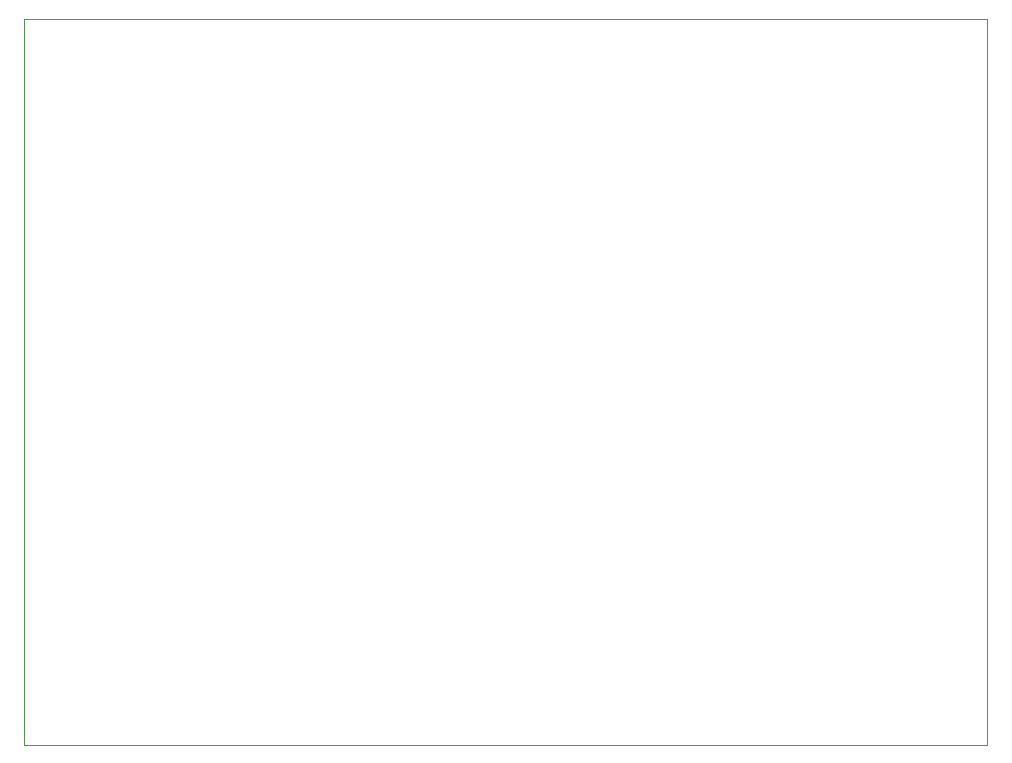
<source format=gbr>
G04 #@! TF.GenerationSoftware,KiCad,Pcbnew,(5.1.5)-3*
G04 #@! TF.CreationDate,2020-06-01T21:11:24-07:00*
G04 #@! TF.ProjectId,MTTP Charge Controller,4d545450-2043-4686-9172-676520436f6e,rev?*
G04 #@! TF.SameCoordinates,Original*
G04 #@! TF.FileFunction,Profile,NP*
%FSLAX46Y46*%
G04 Gerber Fmt 4.6, Leading zero omitted, Abs format (unit mm)*
G04 Created by KiCad (PCBNEW (5.1.5)-3) date 2020-06-01 21:11:24*
%MOMM*%
%LPD*%
G04 APERTURE LIST*
%ADD10C,0.050000*%
G04 APERTURE END LIST*
D10*
X50292000Y-50546000D02*
X50800000Y-50546000D01*
X50292000Y-112014000D02*
X50292000Y-50546000D01*
X131826000Y-112014000D02*
X50292000Y-112014000D01*
X131826000Y-50546000D02*
X131826000Y-112014000D01*
X50800000Y-50546000D02*
X131826000Y-50546000D01*
M02*

</source>
